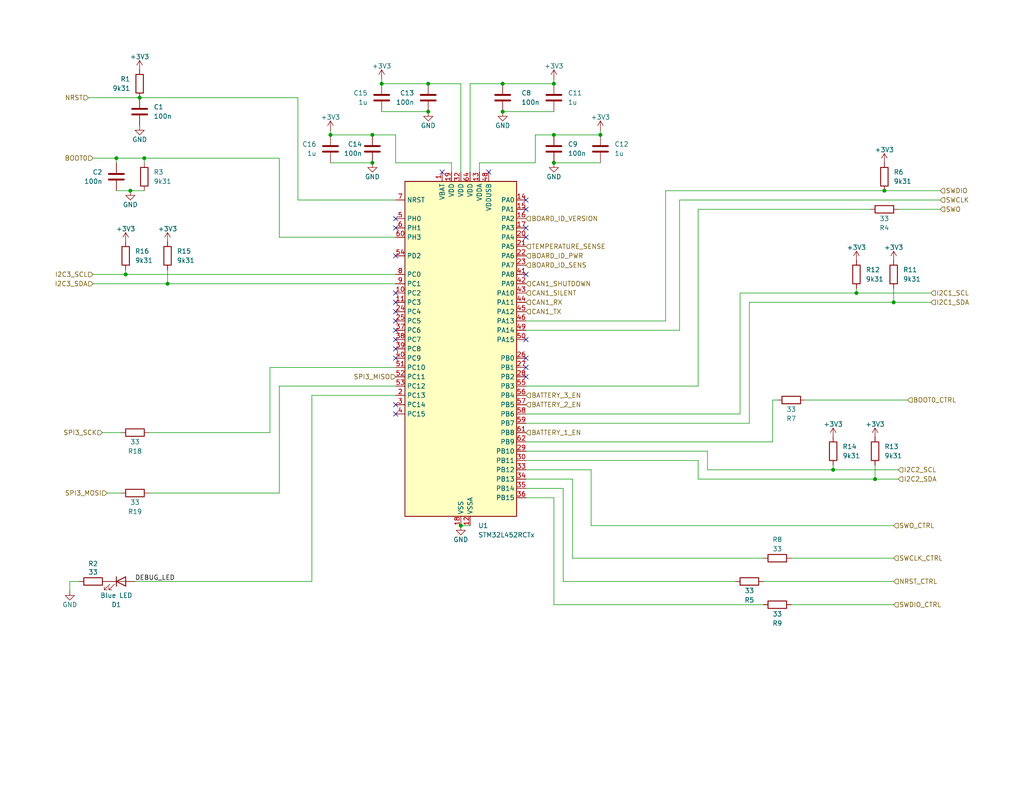
<source format=kicad_sch>
(kicad_sch (version 20231120) (generator "eeschema") (generator_version "8.0")
  (paper "USLetter")
  (title_block (title "1s3p Battery Board") (date "2025-02-12") (rev "${PCB_VERSION}") (company "TVSC"))
  (lib_symbols
    (symbol "Device:C" (pin_numbers hide) (pin_names (offset 0.254))
      (property "Reference" "C" (at 0.635 2.54 0))
      (property "Value" "C" (at 0.635 -2.54 0))
      (symbol "C_0_1"
        (polyline (pts (xy -2.032 -0.762) (xy 2.032 -0.762)) (stroke (width 0.508)))
        (polyline (pts (xy -2.032 0.762) (xy 2.032 0.762)) (stroke (width 0.508)))
      )
      (symbol "C_1_1"
        (pin passive line (at 0 3.81 270) (length 2.794) (name "~") (number "1"))
        (pin passive line (at 0 -3.81 90) (length 2.794) (name "~") (number "2"))
      )
    )
    (symbol "Device:LED" (pin_numbers hide) (pin_names (offset 1.016) hide)
      (property "Reference" "D" (at 0 2.54 0))
      (property "Value" "LED" (at 0 -2.54 0))
      (symbol "LED_0_1"
        (polyline (pts (xy -1.27 -1.27) (xy -1.27 1.27)) (stroke (width 0.254)))
        (polyline (pts (xy -1.27 0) (xy 1.27 0)))
        (polyline (pts (xy 1.27 -1.27) (xy 1.27 1.27) (xy -1.27 0) (xy 1.27 -1.27)) (stroke (width 0.254)))
        (polyline (pts (xy -3.048 -0.762) (xy -4.572 -2.286) (xy -3.81 -2.286) (xy -4.572 -2.286) (xy -4.572 -1.524)))
        (polyline (pts (xy -1.778 -0.762) (xy -3.302 -2.286) (xy -2.54 -2.286) (xy -3.302 -2.286) (xy -3.302 -1.524)))
      )
      (symbol "LED_1_1"
        (pin passive line (at -3.81 0 0) (length 2.54) (name "K") (number "1"))
        (pin passive line (at 3.81 0 180) (length 2.54) (name "A") (number "2"))
      )
    )
    (symbol "Device:R" (pin_numbers hide) (pin_names (offset 0))
      (property "Reference" "R" (at 2.032 0 90))
      (property "Value" "R" (at 0 0 90))
      (symbol "R_0_1"
        (rectangle (start -1.016 -2.54) (end 1.016 2.54) (stroke (width 0.254)))
      )
      (symbol "R_1_1"
        (pin passive line (at 0 3.81 270) (length 1.27) (name "~") (number "1"))
        (pin passive line (at 0 -3.81 90) (length 1.27) (name "~") (number "2"))
      )
    )
    (symbol "MCU_ST_STM32L4:STM32L452RCTx"
      (property "Reference" "U" (at -15.24 46.99 0))
      (property "Value" "STM32L452RCTx" (at 10.16 46.99 0))
      (symbol "STM32L452RCTx_0_1"
        (rectangle (start -15.24 -45.72) (end 15.24 45.72) (stroke (width 0.254)) (fill (type background)))
      )
      (symbol "STM32L452RCTx_1_1"
        (pin power_in line (at -5.08 48.26 270) (length 2.54) (name "VBAT") (number "1"))
        (pin bidirectional line (at -17.78 15.24 0) (length 2.54) (name "PC2") (number "10"))
        (pin bidirectional line (at -17.78 12.7 0) (length 2.54) (name "PC3") (number "11"))
        (pin power_in line (at 2.54 -48.26 90) (length 2.54) (name "VSSA") (number "12"))
        (pin power_in line (at 5.08 48.26 270) (length 2.54) (name "VDDA") (number "13"))
        (pin bidirectional line (at 17.78 40.64 180) (length 2.54) (name "PA0") (number "14"))
        (pin bidirectional line (at 17.78 38.1 180) (length 2.54) (name "PA1") (number "15"))
        (pin bidirectional line (at 17.78 35.56 180) (length 2.54) (name "PA2") (number "16"))
        (pin bidirectional line (at 17.78 33.02 180) (length 2.54) (name "PA3") (number "17"))
        (pin power_in line (at 0 -48.26 90) (length 2.54) (name "VSS") (number "18"))
        (pin power_in line (at -2.54 48.26 270) (length 2.54) (name "VDD") (number "19"))
        (pin bidirectional line (at -17.78 -12.7 0) (length 2.54) (name "PC13") (number "2"))
        (pin bidirectional line (at 17.78 30.48 180) (length 2.54) (name "PA4") (number "20"))
        (pin bidirectional line (at 17.78 27.94 180) (length 2.54) (name "PA5") (number "21"))
        (pin bidirectional line (at 17.78 25.4 180) (length 2.54) (name "PA6") (number "22"))
        (pin bidirectional line (at 17.78 22.86 180) (length 2.54) (name "PA7") (number "23"))
        (pin bidirectional line (at -17.78 10.16 0) (length 2.54) (name "PC4") (number "24"))
        (pin bidirectional line (at -17.78 7.62 0) (length 2.54) (name "PC5") (number "25"))
        (pin bidirectional line (at 17.78 -2.54 180) (length 2.54) (name "PB0") (number "26"))
        (pin bidirectional line (at 17.78 -5.08 180) (length 2.54) (name "PB1") (number "27"))
        (pin bidirectional line (at 17.78 -7.62 180) (length 2.54) (name "PB2") (number "28"))
        (pin bidirectional line (at 17.78 -27.94 180) (length 2.54) (name "PB10") (number "29"))
        (pin bidirectional line (at -17.78 -15.24 0) (length 2.54) (name "PC14") (number "3"))
        (pin bidirectional line (at 17.78 -30.48 180) (length 2.54) (name "PB11") (number "30"))
        (pin passive line (at 0 -48.26 90) (length 2.54) hide (name "VSS") (number "31"))
        (pin power_in line (at 0 48.26 270) (length 2.54) (name "VDD") (number "32"))
        (pin bidirectional line (at 17.78 -33.02 180) (length 2.54) (name "PB12") (number "33"))
        (pin bidirectional line (at 17.78 -35.56 180) (length 2.54) (name "PB13") (number "34"))
        (pin bidirectional line (at 17.78 -38.1 180) (length 2.54) (name "PB14") (number "35"))
        (pin bidirectional line (at 17.78 -40.64 180) (length 2.54) (name "PB15") (number "36"))
        (pin bidirectional line (at -17.78 5.08 0) (length 2.54) (name "PC6") (number "37"))
        (pin bidirectional line (at -17.78 2.54 0) (length 2.54) (name "PC7") (number "38"))
        (pin bidirectional line (at -17.78 0 0) (length 2.54) (name "PC8") (number "39"))
        (pin bidirectional line (at -17.78 -17.78 0) (length 2.54) (name "PC15") (number "4"))
        (pin bidirectional line (at -17.78 -2.54 0) (length 2.54) (name "PC9") (number "40"))
        (pin bidirectional line (at 17.78 20.32 180) (length 2.54) (name "PA8") (number "41"))
        (pin bidirectional line (at 17.78 17.78 180) (length 2.54) (name "PA9") (number "42"))
        (pin bidirectional line (at 17.78 15.24 180) (length 2.54) (name "PA10") (number "43"))
        (pin bidirectional line (at 17.78 12.7 180) (length 2.54) (name "PA11") (number "44"))
        (pin bidirectional line (at 17.78 10.16 180) (length 2.54) (name "PA12") (number "45"))
        (pin bidirectional line (at 17.78 7.62 180) (length 2.54) (name "PA13") (number "46"))
        (pin passive line (at 0 -48.26 90) (length 2.54) hide (name "VSS") (number "47"))
        (pin power_in line (at 7.62 48.26 270) (length 2.54) (name "VDDUSB") (number "48"))
        (pin bidirectional line (at 17.78 5.08 180) (length 2.54) (name "PA14") (number "49"))
        (pin bidirectional line (at -17.78 35.56 0) (length 2.54) (name "PH0") (number "5"))
        (pin bidirectional line (at 17.78 2.54 180) (length 2.54) (name "PA15") (number "50"))
        (pin bidirectional line (at -17.78 -5.08 0) (length 2.54) (name "PC10") (number "51"))
        (pin bidirectional line (at -17.78 -7.62 0) (length 2.54) (name "PC11") (number "52"))
        (pin bidirectional line (at -17.78 -10.16 0) (length 2.54) (name "PC12") (number "53"))
        (pin bidirectional line (at -17.78 25.4 0) (length 2.54) (name "PD2") (number "54"))
        (pin bidirectional line (at 17.78 -10.16 180) (length 2.54) (name "PB3") (number "55"))
        (pin bidirectional line (at 17.78 -12.7 180) (length 2.54) (name "PB4") (number "56"))
        (pin bidirectional line (at 17.78 -15.24 180) (length 2.54) (name "PB5") (number "57"))
        (pin bidirectional line (at 17.78 -17.78 180) (length 2.54) (name "PB6") (number "58"))
        (pin bidirectional line (at 17.78 -20.32 180) (length 2.54) (name "PB7") (number "59"))
        (pin bidirectional line (at -17.78 33.02 0) (length 2.54) (name "PH1") (number "6"))
        (pin bidirectional line (at -17.78 30.48 0) (length 2.54) (name "PH3") (number "60"))
        (pin bidirectional line (at 17.78 -22.86 180) (length 2.54) (name "PB8") (number "61"))
        (pin bidirectional line (at 17.78 -25.4 180) (length 2.54) (name "PB9") (number "62"))
        (pin passive line (at 0 -48.26 90) (length 2.54) hide (name "VSS") (number "63"))
        (pin power_in line (at 2.54 48.26 270) (length 2.54) (name "VDD") (number "64"))
        (pin input line (at -17.78 40.64 0) (length 2.54) (name "NRST") (number "7"))
        (pin bidirectional line (at -17.78 20.32 0) (length 2.54) (name "PC0") (number "8"))
        (pin bidirectional line (at -17.78 17.78 0) (length 2.54) (name "PC1") (number "9"))
      )
    )
    (symbol "power:+3V3" (power) (pin_numbers hide) (pin_names (offset 0) hide)
      (property "Value" "+3V3" (at 0 3.556 0))
      (symbol "+3V3_0_1"
        (polyline (pts (xy -0.762 1.27) (xy 0 2.54)))
        (polyline (pts (xy 0 0) (xy 0 2.54)))
        (polyline (pts (xy 0 2.54) (xy 0.762 1.27)))
      )
      (symbol "+3V3_1_1"
        (pin power_in line (at 0 0 90) (length 0) (name "~") (number "1"))
      )
    )
    (symbol "power:GND" (power) (pin_numbers hide) (pin_names (offset 0) hide)
      (property "Value" "GND" (at 0 -3.81 0))
      (symbol "GND_0_1"
        (polyline (pts (xy 0 0) (xy 0 -1.27) (xy 1.27 -1.27) (xy 0 -2.54) (xy -1.27 -1.27) (xy 0 -1.27)))
      )
      (symbol "GND_1_1"
        (pin power_in line (at 0 0 270) (length 0) (name "~") (number "1"))
      )
    )
  )
  (junction (at 101.6 44.45))
  (junction (at 238.76 130.81))
  (junction (at 45.72 77.47))
  (junction (at 31.75 43.18))
  (junction (at 233.68 80.01))
  (junction (at 104.14 22.86))
  (junction (at 39.37 43.18))
  (junction (at 125.73 143.51))
  (junction (at 227.33 128.27))
  (junction (at 243.84 82.55))
  (junction (at 151.13 22.86))
  (junction (at 137.16 22.86))
  (junction (at 34.29 74.93))
  (junction (at 116.84 22.86))
  (junction (at 241.3 52.07))
  (junction (at 35.56 52.07))
  (junction (at 151.13 44.45))
  (junction (at 116.84 30.48))
  (junction (at 101.6 36.83))
  (junction (at 38.1 26.67))
  (junction (at 137.16 30.48))
  (junction (at 90.17 36.83))
  (junction (at 163.83 36.83))
  (junction (at 151.13 36.83))
  (no_connect (at 107.95 110.49))
  (no_connect (at 133.35 46.99))
  (no_connect (at 143.51 92.71))
  (no_connect (at 143.51 54.61))
  (no_connect (at 143.51 64.77))
  (no_connect (at 107.95 62.23))
  (no_connect (at 107.95 59.69))
  (no_connect (at 107.95 80.01))
  (no_connect (at 107.95 97.79))
  (no_connect (at 107.95 95.25))
  (no_connect (at 143.51 97.79))
  (no_connect (at 143.51 57.15))
  (no_connect (at 120.65 46.99))
  (no_connect (at 107.95 90.17))
  (no_connect (at 107.95 82.55))
  (no_connect (at 143.51 74.93))
  (no_connect (at 107.95 87.63))
  (no_connect (at 143.51 62.23))
  (no_connect (at 107.95 113.03))
  (no_connect (at 107.95 92.71))
  (no_connect (at 143.51 102.87))
  (no_connect (at 143.51 100.33))
  (no_connect (at 107.95 69.85))
  (no_connect (at 107.95 85.09))
  (wire (pts (xy 76.2 64.77) (xy 107.95 64.77)))
  (wire (pts (xy 107.95 36.83) (xy 101.6 36.83)))
  (wire (pts (xy 34.29 74.93) (xy 107.95 74.93)))
  (wire (pts (xy 104.14 21.59) (xy 104.14 22.86)))
  (wire (pts (xy 128.27 46.99) (xy 128.27 22.86)))
  (wire (pts (xy 125.73 46.99) (xy 125.73 22.86)))
  (wire (pts (xy 151.13 165.1) (xy 208.28 165.1)))
  (wire (pts (xy 190.5 105.41) (xy 143.51 105.41)))
  (wire (pts (xy 163.83 36.83) (xy 151.13 36.83)))
  (wire (pts (xy 185.42 54.61) (xy 256.54 54.61)))
  (wire (pts (xy 241.3 52.07) (xy 256.54 52.07)))
  (wire (pts (xy 143.51 120.65) (xy 210.82 120.65)))
  (wire (pts (xy 156.21 152.4) (xy 208.28 152.4)))
  (wire (pts (xy 107.95 36.83) (xy 107.95 44.45)))
  (wire (pts (xy 190.5 57.15) (xy 190.5 105.41)))
  (wire (pts (xy 73.66 118.11) (xy 73.66 100.33)))
  (wire (pts (xy 185.42 54.61) (xy 185.42 90.17)))
  (wire (pts (xy 151.13 21.59) (xy 151.13 22.86)))
  (wire (pts (xy 201.93 113.03) (xy 143.51 113.03)))
  (wire (pts (xy 45.72 73.66) (xy 45.72 77.47)))
  (wire (pts (xy 39.37 43.18) (xy 39.37 44.45)))
  (wire (pts (xy 107.95 44.45) (xy 123.19 44.45)))
  (wire (pts (xy 146.05 44.45) (xy 146.05 36.83)))
  (wire (pts (xy 254 80.01) (xy 233.68 80.01)))
  (wire (pts (xy 143.51 87.63) (xy 181.61 87.63)))
  (wire (pts (xy 210.82 120.65) (xy 210.82 109.22)))
  (wire (pts (xy 128.27 22.86) (xy 137.16 22.86)))
  (wire (pts (xy 85.09 158.75) (xy 36.83 158.75)))
  (wire (pts (xy 190.5 57.15) (xy 237.49 57.15)))
  (wire (pts (xy 25.4 74.93) (xy 34.29 74.93)))
  (wire (pts (xy 125.73 143.51) (xy 128.27 143.51)))
  (wire (pts (xy 233.68 78.74) (xy 233.68 80.01)))
  (wire (pts (xy 27.94 118.11) (xy 33.02 118.11)))
  (wire (pts (xy 40.64 118.11) (xy 73.66 118.11)))
  (wire (pts (xy 190.5 130.81) (xy 190.5 125.73)))
  (wire (pts (xy 243.84 165.1) (xy 215.9 165.1)))
  (wire (pts (xy 227.33 127) (xy 227.33 128.27)))
  (wire (pts (xy 143.51 135.89) (xy 151.13 135.89)))
  (wire (pts (xy 137.16 22.86) (xy 151.13 22.86)))
  (wire (pts (xy 90.17 36.83) (xy 101.6 36.83)))
  (wire (pts (xy 104.14 22.86) (xy 116.84 22.86)))
  (wire (pts (xy 85.09 107.95) (xy 107.95 107.95)))
  (wire (pts (xy 204.47 82.55) (xy 204.47 115.57)))
  (wire (pts (xy 143.51 130.81) (xy 156.21 130.81)))
  (wire (pts (xy 215.9 152.4) (xy 243.84 152.4)))
  (wire (pts (xy 163.83 35.56) (xy 163.83 36.83)))
  (wire (pts (xy 76.2 134.62) (xy 76.2 105.41)))
  (wire (pts (xy 243.84 82.55) (xy 243.84 78.74)))
  (wire (pts (xy 245.11 57.15) (xy 256.54 57.15)))
  (wire (pts (xy 151.13 135.89) (xy 151.13 165.1)))
  (wire (pts (xy 146.05 36.83) (xy 151.13 36.83)))
  (wire (pts (xy 35.56 52.07) (xy 39.37 52.07)))
  (wire (pts (xy 181.61 52.07) (xy 181.61 87.63)))
  (wire (pts (xy 19.05 158.75) (xy 19.05 161.29)))
  (wire (pts (xy 204.47 82.55) (xy 243.84 82.55)))
  (wire (pts (xy 90.17 35.56) (xy 90.17 36.83)))
  (wire (pts (xy 81.28 26.67) (xy 81.28 54.61)))
  (wire (pts (xy 31.75 44.45) (xy 31.75 43.18)))
  (wire (pts (xy 161.29 143.51) (xy 243.84 143.51)))
  (wire (pts (xy 153.67 158.75) (xy 200.66 158.75)))
  (wire (pts (xy 190.5 125.73) (xy 143.51 125.73)))
  (wire (pts (xy 29.21 134.62) (xy 33.02 134.62)))
  (wire (pts (xy 31.75 52.07) (xy 35.56 52.07)))
  (wire (pts (xy 153.67 133.35) (xy 153.67 158.75)))
  (wire (pts (xy 181.61 52.07) (xy 241.3 52.07)))
  (wire (pts (xy 101.6 44.45) (xy 90.17 44.45)))
  (wire (pts (xy 193.04 128.27) (xy 193.04 123.19)))
  (wire (pts (xy 24.13 26.67) (xy 38.1 26.67)))
  (wire (pts (xy 137.16 30.48) (xy 151.13 30.48)))
  (wire (pts (xy 116.84 30.48) (xy 104.14 30.48)))
  (wire (pts (xy 19.05 158.75) (xy 21.59 158.75)))
  (wire (pts (xy 245.11 128.27) (xy 227.33 128.27)))
  (wire (pts (xy 73.66 100.33) (xy 107.95 100.33)))
  (wire (pts (xy 81.28 54.61) (xy 107.95 54.61)))
  (wire (pts (xy 219.71 109.22) (xy 247.65 109.22)))
  (wire (pts (xy 161.29 128.27) (xy 143.51 128.27)))
  (wire (pts (xy 25.4 77.47) (xy 45.72 77.47)))
  (wire (pts (xy 204.47 115.57) (xy 143.51 115.57)))
  (wire (pts (xy 25.4 43.18) (xy 31.75 43.18)))
  (wire (pts (xy 233.68 80.01) (xy 201.93 80.01)))
  (wire (pts (xy 45.72 77.47) (xy 107.95 77.47)))
  (wire (pts (xy 81.28 26.67) (xy 38.1 26.67)))
  (wire (pts (xy 156.21 130.81) (xy 156.21 152.4)))
  (wire (pts (xy 190.5 130.81) (xy 238.76 130.81)))
  (wire (pts (xy 130.81 44.45) (xy 146.05 44.45)))
  (wire (pts (xy 238.76 130.81) (xy 245.11 130.81)))
  (wire (pts (xy 193.04 123.19) (xy 143.51 123.19)))
  (wire (pts (xy 208.28 158.75) (xy 243.84 158.75)))
  (wire (pts (xy 161.29 143.51) (xy 161.29 128.27)))
  (wire (pts (xy 125.73 22.86) (xy 116.84 22.86)))
  (wire (pts (xy 130.81 44.45) (xy 130.81 46.99)))
  (wire (pts (xy 143.51 90.17) (xy 185.42 90.17)))
  (wire (pts (xy 40.64 134.62) (xy 76.2 134.62)))
  (wire (pts (xy 76.2 43.18) (xy 76.2 64.77)))
  (wire (pts (xy 254 82.55) (xy 243.84 82.55)))
  (wire (pts (xy 76.2 105.41) (xy 107.95 105.41)))
  (wire (pts (xy 85.09 107.95) (xy 85.09 158.75)))
  (wire (pts (xy 227.33 128.27) (xy 193.04 128.27)))
  (wire (pts (xy 143.51 133.35) (xy 153.67 133.35)))
  (wire (pts (xy 201.93 80.01) (xy 201.93 113.03)))
  (wire (pts (xy 210.82 109.22) (xy 212.09 109.22)))
  (wire (pts (xy 31.75 43.18) (xy 39.37 43.18)))
  (wire (pts (xy 238.76 127) (xy 238.76 130.81)))
  (wire (pts (xy 34.29 73.66) (xy 34.29 74.93)))
  (wire (pts (xy 39.37 43.18) (xy 76.2 43.18)))
  (wire (pts (xy 151.13 44.45) (xy 163.83 44.45)))
  (wire (pts (xy 123.19 44.45) (xy 123.19 46.99)))
  (label "DEBUG_LED" (at 36.83 158.75 0))
  (hierarchical_label "I2C1_SDA" (shape input) (at 254 82.55 0))
  (hierarchical_label "NRST_CTRL" (shape input) (at 243.84 158.75 0))
  (hierarchical_label "I2C1_SCL" (shape input) (at 254 80.01 0))
  (hierarchical_label "SWDIO_CTRL" (shape input) (at 243.84 165.1 0))
  (hierarchical_label "SWCLK" (shape input) (at 256.54 54.61 0))
  (hierarchical_label "SWO_CTRL" (shape input) (at 243.84 143.51 0))
  (hierarchical_label "BOOT0" (shape input) (at 25.4 43.18 180))
  (hierarchical_label "SPI3_MISO" (shape input) (at 107.95 102.87 180))
  (hierarchical_label "I2C3_SDA" (shape input) (at 25.4 77.47 180))
  (hierarchical_label "SWO" (shape input) (at 256.54 57.15 0))
  (hierarchical_label "BATTERY_2_EN" (shape input) (at 143.51 110.49 0))
  (hierarchical_label "CAN1_SHUTDOWN" (shape input) (at 143.51 77.47 0))
  (hierarchical_label "I2C3_SCL" (shape input) (at 25.4 74.93 180))
  (hierarchical_label "CAN1_TX" (shape input) (at 143.51 85.09 0))
  (hierarchical_label "BOARD_ID_SENS" (shape input) (at 143.51 72.39 0))
  (hierarchical_label "TEMPERATURE_SENSE" (shape input) (at 143.51 67.31 0))
  (hierarchical_label "BATTERY_1_EN" (shape input) (at 143.51 118.11 0))
  (hierarchical_label "CAN1_RX" (shape input) (at 143.51 82.55 0))
  (hierarchical_label "BOARD_ID_PWR" (shape input) (at 143.51 69.85 0))
  (hierarchical_label "SWDIO" (shape input) (at 256.54 52.07 0))
  (hierarchical_label "BATTERY_3_EN" (shape input) (at 143.51 107.95 0))
  (hierarchical_label "I2C2_SDA" (shape input) (at 245.11 130.81 0))
  (hierarchical_label "BOOT0_CTRL" (shape input) (at 247.65 109.22 0))
  (hierarchical_label "SPI3_SCK" (shape input) (at 27.94 118.11 180))
  (hierarchical_label "BOARD_ID_VERSION" (shape input) (at 143.51 59.69 0))
  (hierarchical_label "CAN1_SILENT" (shape input) (at 143.51 80.01 0))
  (hierarchical_label "SWCLK_CTRL" (shape input) (at 243.84 152.4 0))
  (hierarchical_label "I2C2_SCL" (shape input) (at 245.11 128.27 0))
  (hierarchical_label "SPI3_MOSI" (shape input) (at 29.21 134.62 180))
  (hierarchical_label "NRST" (shape input) (at 24.13 26.67 180))
  (symbol (lib_id "Device:R") (at 38.1 22.86 0) (mirror y) (unit 1)
    (property "Reference" "R1" (at 35.56 21.59 0) (effects (justify left)))
    (property "Value" "9k31" (at 35.56 24.13 0) (effects (justify left)))
    (property "Footprint" "footprints:Nondescript_R_0402_1005Metric" (effects (hide yes)))
    (property "MPN" "C270572" (effects (hide yes)))
    (property "Manufacturer" "UNI-ROYAL(Uniroyal Elec)" (effects (hide yes)))
    (property "Manufacturer Part Number" "0402WGF9311TCE" (effects (hide yes)))
    (property "Active" "Y" (effects (hide yes)))
    (property "Basic or Extended Component" "Basic" (effects (hide yes)))
  )
  (symbol (lib_id "Device:R") (at 227.33 123.19 0) (unit 1)
    (property "Reference" "R14" (at 229.87 121.92 0) (effects (justify left)))
    (property "Value" "9k31" (at 229.87 124.46 0) (effects (justify left)))
    (property "Footprint" "footprints:Nondescript_R_0402_1005Metric" (effects (hide yes)))
    (property "MPN" "C270572" (effects (hide yes)))
    (property "Manufacturer" "UNI-ROYAL(Uniroyal Elec)" (effects (hide yes)))
    (property "Manufacturer Part Number" "0402WGF9311TCE" (effects (hide yes)))
    (property "Active" "Y" (effects (hide yes)))
    (property "Basic or Extended Component" "Basic" (effects (hide yes)))
  )
  (symbol (lib_id "Device:R") (at 238.76 123.19 0) (unit 1)
    (property "Reference" "R13" (at 241.3 121.92 0) (effects (justify left)))
    (property "Value" "9k31" (at 241.3 124.46 0) (effects (justify left)))
    (property "Footprint" "footprints:Nondescript_R_0402_1005Metric" (effects (hide yes)))
    (property "MPN" "C270572" (effects (hide yes)))
    (property "Manufacturer" "UNI-ROYAL(Uniroyal Elec)" (effects (hide yes)))
    (property "Manufacturer Part Number" "0402WGF9311TCE" (effects (hide yes)))
    (property "Active" "Y" (effects (hide yes)))
    (property "Basic or Extended Component" "Basic" (effects (hide yes)))
  )
  (symbol (lib_id "power:+3V3") (at 90.17 35.56 0) (unit 1)
    (property "Reference" "#PWR31" (effects (hide yes)))
    (property "Value" "+3V3" (at 90.17 32.004 0))
  )
  (symbol (lib_id "Device:R") (at 36.83 118.11 90) (mirror x) (unit 1) (in_bom no) (on_board no)
    (property "Reference" "R18" (at 36.83 123.19 90))
    (property "Value" "33" (at 36.83 120.65 90))
    (property "Footprint" "footprints:Nondescript_R_0402_1005Metric" (effects (hide yes)))
    (property "Active" "Y" (effects (hide yes)))
    (property "Basic or Extended Component" "Basic" (effects (hide yes)))
    (property "MPN" "C25105" (effects (hide yes)))
    (property "Manufacturer" "UNI-ROYAL(Uniroyal Elec)" (effects (hide yes)))
    (property "Manufacturer Part Number" "0402WGF330JTCE" (effects (hide yes)))
  )
  (symbol (lib_id "Device:R") (at 233.68 74.93 0) (unit 1) (in_bom no) (on_board no)
    (property "Reference" "R12" (at 236.22 73.66 0) (effects (justify left)))
    (property "Value" "9k31" (at 236.22 76.2 0) (effects (justify left)))
    (property "Footprint" "footprints:Nondescript_R_0402_1005Metric" (effects (hide yes)))
    (property "MPN" "C270572" (effects (hide yes)))
    (property "Manufacturer" "UNI-ROYAL(Uniroyal Elec)" (effects (hide yes)))
    (property "Manufacturer Part Number" "0402WGF9311TCE" (effects (hide yes)))
    (property "Active" "Y" (effects (hide yes)))
    (property "Basic or Extended Component" "Basic" (effects (hide yes)))
  )
  (symbol (lib_id "Device:R") (at 212.09 152.4 90) (mirror x) (unit 1)
    (property "Reference" "R8" (at 212.09 147.32 90))
    (property "Value" "33" (at 212.09 149.86 90))
    (property "Footprint" "footprints:Nondescript_R_0402_1005Metric" (effects (hide yes)))
    (property "Active" "Y" (effects (hide yes)))
    (property "Basic or Extended Component" "Basic" (effects (hide yes)))
    (property "MPN" "C25105" (effects (hide yes)))
    (property "Manufacturer" "UNI-ROYAL(Uniroyal Elec)" (effects (hide yes)))
    (property "Manufacturer Part Number" "0402WGF330JTCE" (effects (hide yes)))
  )
  (symbol (lib_id "Device:C") (at 163.83 40.64 0) (unit 1)
    (property "Reference" "C12" (at 167.64 39.37 0) (effects (justify left)))
    (property "Value" "1u" (at 167.64 41.91 0) (effects (justify left)))
    (property "Footprint" "footprints:Nondescript_C_0402_1005Metric" (effects (hide yes)))
    (property "Active" "Y" (effects (hide yes)))
    (property "MPN" "C52923" (effects (hide yes)))
    (property "Manufacturer" "Samsung Electro-Mechanics" (effects (hide yes)))
    (property "Manufacturer Part Number" "CL05A105KA5NQNC" (effects (hide yes)))
    (property "Basic or Extended Component" "Basic" (effects (hide yes)))
  )
  (symbol (lib_id "Device:C") (at 116.84 26.67 0) (mirror y) (unit 1)
    (property "Reference" "C13" (at 113.03 25.4 0) (effects (justify left)))
    (property "Value" "100n" (at 113.03 27.94 0) (effects (justify left)))
    (property "Footprint" "footprints:Nondescript_C_0402_1005Metric" (effects (hide yes)))
    (property "Active" "Y" (effects (hide yes)))
    (property "MPN" "C1525" (effects (hide yes)))
    (property "Manufacturer" "Samsung Electro-Mechanics" (effects (hide yes)))
    (property "Manufacturer Part Number" "CL05B104KO5NNNC" (effects (hide yes)))
    (property "Basic or Extended Component" "Basic" (effects (hide yes)))
  )
  (symbol (lib_id "power:GND") (at 19.05 161.29 0) (unit 1)
    (property "Reference" "#PWR3" (effects (hide yes)))
    (property "Value" "GND" (at 19.05 165.1 0))
  )
  (symbol (lib_id "Device:R") (at 36.83 134.62 90) (mirror x) (unit 1) (exclude_from_sim yes) (in_bom no) (on_board no)
    (property "Reference" "R19" (at 36.83 139.7 90))
    (property "Value" "33" (at 36.83 137.16 90))
    (property "Footprint" "footprints:Nondescript_R_0402_1005Metric" (effects (hide yes)))
    (property "Active" "Y" (effects (hide yes)))
    (property "Basic or Extended Component" "Basic" (effects (hide yes)))
    (property "MPN" "C25105" (effects (hide yes)))
    (property "Manufacturer" "UNI-ROYAL(Uniroyal Elec)" (effects (hide yes)))
    (property "Manufacturer Part Number" "0402WGF330JTCE" (effects (hide yes)))
  )
  (symbol (lib_id "power:+3V3") (at 241.3 44.45 0) (unit 1)
    (property "Reference" "#PWR7" (effects (hide yes)))
    (property "Value" "+3V3" (at 241.3 40.894 0))
  )
  (symbol (lib_id "power:+3V3") (at 163.83 35.56 0) (unit 1)
    (property "Reference" "#PWR27" (effects (hide yes)))
    (property "Value" "+3V3" (at 163.83 32.004 0))
  )
  (symbol (lib_id "MCU_ST_STM32L4:STM32L452RCTx") (at 125.73 95.25 0) (unit 1)
    (property "Reference" "U1" (at 130.4641 143.51 0) (effects (justify left)))
    (property "Value" "STM32L452RCTx" (at 130.4641 146.05 0) (effects (justify left)))
    (property "Footprint" "Package_QFP:LQFP-64_10x10mm_P0.5mm" (effects (hide yes)))
    (property "Datasheet" "https://www.st.com/resource/en/datasheet/stm32l452rc.pdf" (effects (hide yes)))
    (property "Description" "STMicroelectronics Arm Cortex-M4 MCU, 256KB flash, 160KB RAM, 80 MHz, 1.71-3.6V, 52 GPIO, LQFP64" (effects (hide yes)))
    (property "MPN" "C192722" (effects (hide yes)))
    (property "Manufacturer" "STMicroelectronics" (effects (hide yes)))
    (property "Manufacturer Part Number" "STM32L452RCT6" (effects (hide yes)))
    (property "Active" "Y" (effects (hide yes)))
    (property "Basic or Extended Component" "Extended" (effects (hide yes)))
  )
  (symbol (lib_id "Device:R") (at 34.29 69.85 0) (unit 1) (in_bom no) (on_board no)
    (property "Reference" "R16" (at 36.83 68.58 0) (effects (justify left)))
    (property "Value" "9k31" (at 36.83 71.12 0) (effects (justify left)))
    (property "Footprint" "footprints:Nondescript_R_0402_1005Metric" (effects (hide yes)))
    (property "MPN" "C270572" (effects (hide yes)))
    (property "Manufacturer" "UNI-ROYAL(Uniroyal Elec)" (effects (hide yes)))
    (property "Manufacturer Part Number" "0402WGF9311TCE" (effects (hide yes)))
    (property "Active" "Y" (effects (hide yes)))
    (property "Basic or Extended Component" "Basic" (effects (hide yes)))
  )
  (symbol (lib_id "Device:C") (at 151.13 26.67 0) (unit 1)
    (property "Reference" "C11" (at 154.94 25.4 0) (effects (justify left)))
    (property "Value" "1u" (at 154.94 27.94 0) (effects (justify left)))
    (property "Footprint" "footprints:Nondescript_C_0402_1005Metric" (effects (hide yes)))
    (property "Active" "Y" (effects (hide yes)))
    (property "MPN" "C52923" (effects (hide yes)))
    (property "Manufacturer" "Samsung Electro-Mechanics" (effects (hide yes)))
    (property "Manufacturer Part Number" "CL05A105KA5NQNC" (effects (hide yes)))
    (property "Basic or Extended Component" "Basic" (effects (hide yes)))
  )
  (symbol (lib_id "power:+3V3") (at 238.76 119.38 0) (unit 1)
    (property "Reference" "#PWR39" (effects (hide yes)))
    (property "Value" "+3V3" (at 238.76 115.824 0))
  )
  (symbol (lib_id "Device:R") (at 243.84 74.93 0) (unit 1) (in_bom no) (on_board no)
    (property "Reference" "R11" (at 246.38 73.66 0) (effects (justify left)))
    (property "Value" "9k31" (at 246.38 76.2 0) (effects (justify left)))
    (property "Footprint" "footprints:Nondescript_R_0402_1005Metric" (effects (hide yes)))
    (property "MPN" "C270572" (effects (hide yes)))
    (property "Manufacturer" "UNI-ROYAL(Uniroyal Elec)" (effects (hide yes)))
    (property "Manufacturer Part Number" "0402WGF9311TCE" (effects (hide yes)))
    (property "Active" "Y" (effects (hide yes)))
    (property "Basic or Extended Component" "Basic" (effects (hide yes)))
  )
  (symbol (lib_id "Device:R") (at 215.9 109.22 90) (mirror x) (unit 1)
    (property "Reference" "R7" (at 215.9 114.3 90))
    (property "Value" "33" (at 215.9 111.76 90))
    (property "Footprint" "footprints:Nondescript_R_0402_1005Metric" (effects (hide yes)))
    (property "Active" "Y" (effects (hide yes)))
    (property "Basic or Extended Component" "Basic" (effects (hide yes)))
    (property "MPN" "C25105" (effects (hide yes)))
    (property "Manufacturer" "UNI-ROYAL(Uniroyal Elec)" (effects (hide yes)))
    (property "Manufacturer Part Number" "0402WGF330JTCE" (effects (hide yes)))
  )
  (symbol (lib_id "power:GND") (at 101.6 44.45 0) (unit 1)
    (property "Reference" "#PWR32" (effects (hide yes)))
    (property "Value" "GND" (at 101.6 48.26 0))
  )
  (symbol (lib_id "Device:R") (at 204.47 158.75 90) (mirror x) (unit 1)
    (property "Reference" "R5" (at 204.47 163.83 90))
    (property "Value" "33" (at 204.47 161.29 90))
    (property "Footprint" "footprints:Nondescript_R_0402_1005Metric" (effects (hide yes)))
    (property "Active" "Y" (effects (hide yes)))
    (property "Basic or Extended Component" "Basic" (effects (hide yes)))
    (property "MPN" "C25105" (effects (hide yes)))
    (property "Manufacturer" "UNI-ROYAL(Uniroyal Elec)" (effects (hide yes)))
    (property "Manufacturer Part Number" "0402WGF330JTCE" (effects (hide yes)))
  )
  (symbol (lib_id "power:GND") (at 151.13 44.45 0) (unit 1)
    (property "Reference" "#PWR28" (effects (hide yes)))
    (property "Value" "GND" (at 151.13 48.26 0))
  )
  (symbol (lib_id "power:GND") (at 137.16 30.48 0) (unit 1)
    (property "Reference" "#PWR26" (effects (hide yes)))
    (property "Value" "GND" (at 137.16 34.29 0))
  )
  (symbol (lib_id "Device:C") (at 104.14 26.67 0) (mirror y) (unit 1)
    (property "Reference" "C15" (at 100.33 25.4 0) (effects (justify left)))
    (property "Value" "1u" (at 100.33 27.94 0) (effects (justify left)))
    (property "Footprint" "footprints:Nondescript_C_0402_1005Metric" (effects (hide yes)))
    (property "Active" "Y" (effects (hide yes)))
    (property "MPN" "C52923" (effects (hide yes)))
    (property "Manufacturer" "Samsung Electro-Mechanics" (effects (hide yes)))
    (property "Manufacturer Part Number" "CL05A105KA5NQNC" (effects (hide yes)))
    (property "Basic or Extended Component" "Basic" (effects (hide yes)))
  )
  (symbol (lib_id "power:GND") (at 38.1 34.29 0) (unit 1)
    (property "Reference" "#PWR2" (effects (hide yes)))
    (property "Value" "GND" (at 38.1 38.1 0))
  )
  (symbol (lib_id "power:+3V3") (at 243.84 71.12 0) (unit 1)
    (property "Reference" "#PWR13" (effects (hide yes)))
    (property "Value" "+3V3" (at 243.84 67.564 0))
  )
  (symbol (lib_id "power:+3V3") (at 34.29 66.04 0) (unit 1)
    (property "Reference" "#PWR50" (effects (hide yes)))
    (property "Value" "+3V3" (at 34.29 62.484 0))
  )
  (symbol (lib_id "power:+3V3") (at 104.14 21.59 0) (mirror y) (unit 1)
    (property "Reference" "#PWR29" (effects (hide yes)))
    (property "Value" "+3V3" (at 104.14 18.034 0))
  )
  (symbol (lib_id "power:+3V3") (at 233.68 71.12 0) (unit 1)
    (property "Reference" "#PWR38" (effects (hide yes)))
    (property "Value" "+3V3" (at 233.68 67.564 0))
  )
  (symbol (lib_id "Device:R") (at 241.3 57.15 90) (mirror x) (unit 1)
    (property "Reference" "R4" (at 241.3 62.23 90))
    (property "Value" "33" (at 241.3 59.69 90))
    (property "Footprint" "footprints:Nondescript_R_0402_1005Metric" (effects (hide yes)))
    (property "Active" "Y" (effects (hide yes)))
    (property "Basic or Extended Component" "Basic" (effects (hide yes)))
    (property "MPN" "C25105" (effects (hide yes)))
    (property "Manufacturer" "UNI-ROYAL(Uniroyal Elec)" (effects (hide yes)))
    (property "Manufacturer Part Number" "0402WGF330JTCE" (effects (hide yes)))
  )
  (symbol (lib_id "Device:R") (at 39.37 48.26 0) (unit 1)
    (property "Reference" "R3" (at 41.91 46.99 0) (effects (justify left)))
    (property "Value" "9k31" (at 41.91 49.53 0) (effects (justify left)))
    (property "Footprint" "footprints:Nondescript_R_0402_1005Metric" (effects (hide yes)))
    (property "MPN" "C270572" (effects (hide yes)))
    (property "Manufacturer" "UNI-ROYAL(Uniroyal Elec)" (effects (hide yes)))
    (property "Manufacturer Part Number" "0402WGF9311TCE" (effects (hide yes)))
    (property "Active" "Y" (effects (hide yes)))
    (property "Basic or Extended Component" "Basic" (effects (hide yes)))
  )
  (symbol (lib_id "power:+3V3") (at 38.1 19.05 0) (unit 1)
    (property "Reference" "#PWR1" (effects (hide yes)))
    (property "Value" "+3V3" (at 38.1 15.494 0))
  )
  (symbol (lib_id "Device:R") (at 25.4 158.75 270) (mirror x) (unit 1)
    (property "Reference" "R2" (at 25.4 153.924 90))
    (property "Value" "33" (at 25.4 156.21 90))
    (property "Footprint" "footprints:Nondescript_R_0402_1005Metric" (effects (hide yes)))
    (property "MPN" "C25105" (effects (hide yes)))
    (property "Manufacturer" "UNI-ROYAL(Uniroyal Elec)" (effects (hide yes)))
    (property "Manufacturer Part Number" "0402WGF330JTCE" (effects (hide yes)))
    (property "Active" "Y" (effects (hide yes)))
    (property "Basic or Extended Component" "Basic" (effects (hide yes)))
  )
  (symbol (lib_id "power:GND") (at 125.73 143.51 0) (unit 1)
    (property "Reference" "#PWR6" (effects (hide yes)))
    (property "Value" "GND" (at 125.73 147.32 0))
  )
  (symbol (lib_id "Device:C") (at 38.1 30.48 0) (unit 1)
    (property "Reference" "C1" (at 41.91 29.21 0) (effects (justify left)))
    (property "Value" "100n" (at 41.91 31.75 0) (effects (justify left)))
    (property "Footprint" "footprints:Nondescript_C_0402_1005Metric" (effects (hide yes)))
    (property "Active" "Y" (effects (hide yes)))
    (property "MPN" "C1525" (effects (hide yes)))
    (property "Manufacturer" "Samsung Electro-Mechanics" (effects (hide yes)))
    (property "Manufacturer Part Number" "CL05B104KO5NNNC" (effects (hide yes)))
    (property "Basic or Extended Component" "Basic" (effects (hide yes)))
  )
  (symbol (lib_id "Device:LED") (at 33.02 158.75 0) (unit 1)
    (property "Reference" "D1" (at 31.75 165.1 0))
    (property "Value" "Blue LED" (at 31.75 162.56 0))
    (property "Footprint" "LED_SMD:LED_0603_1608Metric" (effects (hide yes)))
    (property "Active" "Y" (effects (hide yes)))
    (property "MPN" "C72041" (effects (hide yes)))
    (property "Manufacturer" "Everlight Elec" (effects (hide yes)))
    (property "Manufacturer Part Number" "19-217/BHC-ZL1M2RY/3T" (effects (hide yes)))
    (property "Purpose" "+3.3V Power Indicator" (effects (hide yes)))
    (property "Basic or Extended Component" "Extended" (effects (hide yes)))
  )
  (symbol (lib_id "Device:C") (at 101.6 40.64 0) (mirror y) (unit 1)
    (property "Reference" "C14" (at 98.806 39.37 0) (effects (justify left)))
    (property "Value" "100n" (at 98.806 41.91 0) (effects (justify left)))
    (property "Footprint" "footprints:Nondescript_C_0402_1005Metric" (effects (hide yes)))
    (property "Active" "Y" (effects (hide yes)))
    (property "MPN" "C1525" (effects (hide yes)))
    (property "Manufacturer" "Samsung Electro-Mechanics" (effects (hide yes)))
    (property "Manufacturer Part Number" "CL05B104KO5NNNC" (effects (hide yes)))
    (property "Basic or Extended Component" "Basic" (effects (hide yes)))
  )
  (symbol (lib_id "Device:C") (at 31.75 48.26 0) (mirror y) (unit 1)
    (property "Reference" "C2" (at 27.94 46.99 0) (effects (justify left)))
    (property "Value" "100n" (at 27.94 49.53 0) (effects (justify left)))
    (property "Footprint" "footprints:Nondescript_C_0402_1005Metric" (effects (hide yes)))
    (property "Active" "Y" (effects (hide yes)))
    (property "MPN" "C1525" (effects (hide yes)))
    (property "Manufacturer" "Samsung Electro-Mechanics" (effects (hide yes)))
    (property "Manufacturer Part Number" "CL05B104KO5NNNC" (effects (hide yes)))
    (property "Basic or Extended Component" "Basic" (effects (hide yes)))
  )
  (symbol (lib_id "Device:R") (at 241.3 48.26 0) (unit 1)
    (property "Reference" "R6" (at 243.84 46.99 0) (effects (justify left)))
    (property "Value" "9k31" (at 243.84 49.53 0) (effects (justify left)))
    (property "Footprint" "footprints:Nondescript_R_0402_1005Metric" (effects (hide yes)))
    (property "MPN" "C270572" (effects (hide yes)))
    (property "Manufacturer" "UNI-ROYAL(Uniroyal Elec)" (effects (hide yes)))
    (property "Manufacturer Part Number" "0402WGF9311TCE" (effects (hide yes)))
    (property "Active" "Y" (effects (hide yes)))
    (property "Basic or Extended Component" "Basic" (effects (hide yes)))
  )
  (symbol (lib_id "Device:C") (at 90.17 40.64 0) (mirror y) (unit 1)
    (property "Reference" "C16" (at 86.36 39.37 0) (effects (justify left)))
    (property "Value" "1u" (at 86.36 41.91 0) (effects (justify left)))
    (property "Footprint" "footprints:Nondescript_C_0402_1005Metric" (effects (hide yes)))
    (property "Active" "Y" (effects (hide yes)))
    (property "MPN" "C52923" (effects (hide yes)))
    (property "Manufacturer" "Samsung Electro-Mechanics" (effects (hide yes)))
    (property "Manufacturer Part Number" "CL05A105KA5NQNC" (effects (hide yes)))
    (property "Basic or Extended Component" "Basic" (effects (hide yes)))
  )
  (symbol (lib_id "power:+3V3") (at 45.72 66.04 0) (unit 1)
    (property "Reference" "#PWR47" (effects (hide yes)))
    (property "Value" "+3V3" (at 45.72 62.484 0))
  )
  (symbol (lib_id "Device:R") (at 45.72 69.85 0) (unit 1) (in_bom no) (on_board no)
    (property "Reference" "R15" (at 48.26 68.58 0) (effects (justify left)))
    (property "Value" "9k31" (at 48.26 71.12 0) (effects (justify left)))
    (property "Footprint" "footprints:Nondescript_R_0402_1005Metric" (effects (hide yes)))
    (property "MPN" "C270572" (effects (hide yes)))
    (property "Manufacturer" "UNI-ROYAL(Uniroyal Elec)" (effects (hide yes)))
    (property "Manufacturer Part Number" "0402WGF9311TCE" (effects (hide yes)))
    (property "Active" "Y" (effects (hide yes)))
    (property "Basic or Extended Component" "Basic" (effects (hide yes)))
  )
  (symbol (lib_id "Device:C") (at 151.13 40.64 0) (unit 1)
    (property "Reference" "C9" (at 154.94 39.37 0) (effects (justify left)))
    (property "Value" "100n" (at 154.94 41.91 0) (effects (justify left)))
    (property "Footprint" "footprints:Nondescript_C_0402_1005Metric" (effects (hide yes)))
    (property "Active" "Y" (effects (hide yes)))
    (property "MPN" "C1525" (effects (hide yes)))
    (property "Manufacturer" "Samsung Electro-Mechanics" (effects (hide yes)))
    (property "Manufacturer Part Number" "CL05B104KO5NNNC" (effects (hide yes)))
    (property "Basic or Extended Component" "Basic" (effects (hide yes)))
  )
  (symbol (lib_id "Device:C") (at 137.16 26.67 0) (unit 1)
    (property "Reference" "C8" (at 142.24 25.4 0) (effects (justify left)))
    (property "Value" "100n" (at 142.24 27.94 0) (effects (justify left)))
    (property "Footprint" "footprints:Nondescript_C_0402_1005Metric" (effects (hide yes)))
    (property "Active" "Y" (effects (hide yes)))
    (property "MPN" "C1525" (effects (hide yes)))
    (property "Manufacturer" "Samsung Electro-Mechanics" (effects (hide yes)))
    (property "Manufacturer Part Number" "CL05B104KO5NNNC" (effects (hide yes)))
    (property "Basic or Extended Component" "Basic" (effects (hide yes)))
  )
  (symbol (lib_id "power:GND") (at 35.56 52.07 0) (unit 1)
    (property "Reference" "#PWR4" (effects (hide yes)))
    (property "Value" "GND" (at 35.56 55.88 0))
  )
  (symbol (lib_id "power:+3V3") (at 151.13 21.59 0) (unit 1)
    (property "Reference" "#PWR24" (effects (hide yes)))
    (property "Value" "+3V3" (at 151.13 18.034 0))
  )
  (symbol (lib_id "power:+3V3") (at 227.33 119.38 0) (unit 1)
    (property "Reference" "#PWR46" (effects (hide yes)))
    (property "Value" "+3V3" (at 227.33 115.824 0))
  )
  (symbol (lib_id "power:GND") (at 116.84 30.48 0) (mirror y) (unit 1)
    (property "Reference" "#PWR30" (effects (hide yes)))
    (property "Value" "GND" (at 116.84 34.29 0))
  )
  (symbol (lib_id "Device:R") (at 212.09 165.1 90) (mirror x) (unit 1)
    (property "Reference" "R9" (at 212.09 170.18 90))
    (property "Value" "33" (at 212.09 167.64 90))
    (property "Footprint" "footprints:Nondescript_R_0402_1005Metric" (effects (hide yes)))
    (property "Active" "Y" (effects (hide yes)))
    (property "Basic or Extended Component" "Basic" (effects (hide yes)))
    (property "MPN" "C25105" (effects (hide yes)))
    (property "Manufacturer" "UNI-ROYAL(Uniroyal Elec)" (effects (hide yes)))
    (property "Manufacturer Part Number" "0402WGF330JTCE" (effects (hide yes)))
  )
)
</source>
